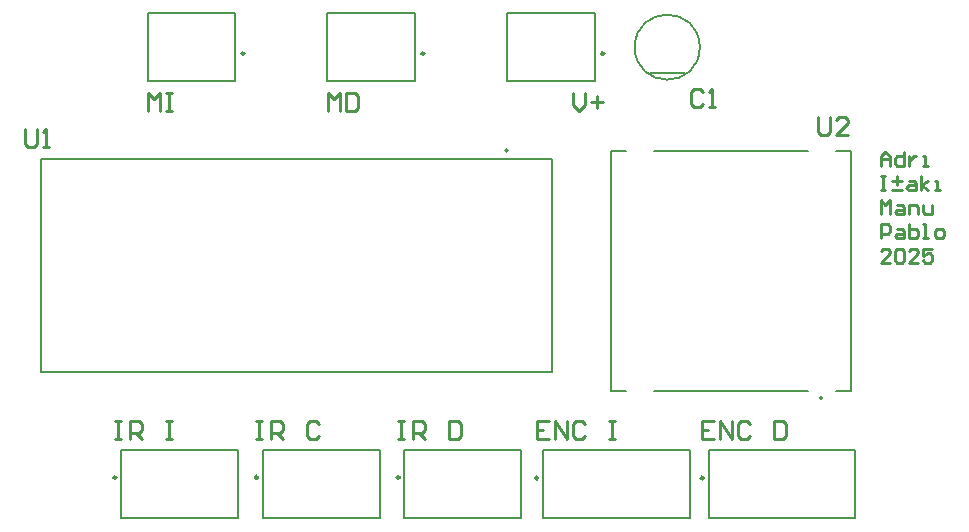
<source format=gto>
G04*
G04 #@! TF.GenerationSoftware,Altium Limited,Altium Designer,25.0.2 (28)*
G04*
G04 Layer_Color=65535*
%FSLAX44Y44*%
%MOMM*%
G71*
G04*
G04 #@! TF.SameCoordinates,BCD89E3A-21B1-4274-9852-F660C0645C88*
G04*
G04*
G04 #@! TF.FilePolarity,Positive*
G04*
G01*
G75*
%ADD10C,0.2000*%
%ADD11C,0.2500*%
%ADD12C,0.1500*%
%ADD13C,0.1270*%
%ADD14C,0.2540*%
D10*
X684200Y112868D02*
G03*
X684200Y112868I-1000J0D01*
G01*
X417800Y322500D02*
G03*
X417800Y322500I-1000J0D01*
G01*
X113000Y381250D02*
X187000D01*
X113000D02*
Y438750D01*
X187000D01*
Y381250D02*
Y438750D01*
X538000Y388500D02*
X568000D01*
X265250Y381250D02*
X339250D01*
X265250D02*
Y438750D01*
X339250D01*
Y381250D02*
Y438750D01*
X417500Y381250D02*
X491500D01*
X417500D02*
Y438750D01*
X491500D01*
Y381250D02*
Y438750D01*
X712000Y11250D02*
Y68750D01*
X588000D02*
X712000D01*
X588000Y11250D02*
Y68750D01*
Y11250D02*
X712000D01*
X572000D02*
Y68750D01*
X448000D02*
X572000D01*
X448000Y11250D02*
Y68750D01*
Y11250D02*
X572000D01*
X330500D02*
Y68750D01*
Y11250D02*
X429500D01*
Y68750D01*
X330500D02*
X429500D01*
X210500Y11250D02*
Y68750D01*
Y11250D02*
X309500D01*
Y68750D01*
X210500D02*
X309500D01*
X90500Y11250D02*
Y68750D01*
Y11250D02*
X189500D01*
Y68750D01*
X90500D02*
X189500D01*
D11*
X195000Y404750D02*
G03*
X195000Y404750I-1250J0D01*
G01*
X347250D02*
G03*
X347250Y404750I-1250J0D01*
G01*
X499500D02*
G03*
X499500Y404750I-1250J0D01*
G01*
X583750Y45250D02*
G03*
X583750Y45250I-1250J0D01*
G01*
X443750D02*
G03*
X443750Y45250I-1250J0D01*
G01*
X326500Y45750D02*
G03*
X326500Y45750I-1250J0D01*
G01*
X206500D02*
G03*
X206500Y45750I-1250J0D01*
G01*
X86500D02*
G03*
X86500Y45750I-1250J0D01*
G01*
D12*
X580500Y410000D02*
G03*
X580500Y410000I-27500J0D01*
G01*
D13*
X505400Y321750D02*
X518100D01*
X695900D02*
X708600D01*
X505400Y118550D02*
X518100D01*
X695900D02*
X708600D01*
X542000D02*
X672000D01*
X542000Y321750D02*
X672000D01*
X505400Y118550D02*
Y321750D01*
X708600Y118550D02*
Y321750D01*
X455000Y135000D02*
Y315000D01*
X23000Y135000D02*
X455000D01*
X23000D02*
Y315000D01*
X455000D01*
D14*
X733540Y309505D02*
Y317503D01*
X737539Y321502D01*
X741537Y317503D01*
Y309505D01*
Y315504D01*
X733540D01*
X753533Y321502D02*
Y309505D01*
X747535D01*
X745536Y311505D01*
Y315504D01*
X747535Y317503D01*
X753533D01*
X757532D02*
Y309505D01*
Y313504D01*
X759532Y315504D01*
X761531Y317503D01*
X763530D01*
X769528Y309505D02*
X773527D01*
X771528D01*
Y317503D01*
X769528D01*
X733540Y301010D02*
X737539D01*
X735539D01*
Y289014D01*
X733540D01*
X737539D01*
X743537D02*
X751534D01*
X743537Y297012D02*
X751534D01*
X747535Y301010D02*
Y293013D01*
X757532Y297012D02*
X761531D01*
X763530Y295012D01*
Y289014D01*
X757532D01*
X755533Y291013D01*
X757532Y293013D01*
X763530D01*
X767529Y289014D02*
Y301010D01*
Y293013D02*
X773527Y297012D01*
X767529Y293013D02*
X773527Y289014D01*
X779525D02*
X783524D01*
X781525D01*
Y297012D01*
X779525D01*
X733540Y268523D02*
Y280519D01*
X737539Y276520D01*
X741537Y280519D01*
Y268523D01*
X747535Y276520D02*
X751534D01*
X753533Y274521D01*
Y268523D01*
X747535D01*
X745536Y270522D01*
X747535Y272521D01*
X753533D01*
X757532Y268523D02*
Y276520D01*
X763530D01*
X765530Y274521D01*
Y268523D01*
X769528Y276520D02*
Y270522D01*
X771528Y268523D01*
X777526D01*
Y276520D01*
X733540Y248031D02*
Y260028D01*
X739538D01*
X741537Y258028D01*
Y254029D01*
X739538Y252030D01*
X733540D01*
X747535Y256029D02*
X751534D01*
X753533Y254029D01*
Y248031D01*
X747535D01*
X745536Y250031D01*
X747535Y252030D01*
X753533D01*
X757532Y260028D02*
Y248031D01*
X763530D01*
X765530Y250031D01*
Y252030D01*
Y254029D01*
X763530Y256029D01*
X757532D01*
X769528Y248031D02*
X773527D01*
X771528D01*
Y260028D01*
X769528D01*
X781525Y248031D02*
X785523D01*
X787523Y250031D01*
Y254029D01*
X785523Y256029D01*
X781525D01*
X779525Y254029D01*
Y250031D01*
X781525Y248031D01*
X741537Y227540D02*
X733540D01*
X741537Y235537D01*
Y237537D01*
X739538Y239536D01*
X735539D01*
X733540Y237537D01*
X745536D02*
X747535Y239536D01*
X751534D01*
X753533Y237537D01*
Y229539D01*
X751534Y227540D01*
X747535D01*
X745536Y229539D01*
Y237537D01*
X765530Y227540D02*
X757532D01*
X765530Y235537D01*
Y237537D01*
X763530Y239536D01*
X759532D01*
X757532Y237537D01*
X777526Y239536D02*
X769528D01*
Y233538D01*
X773527Y235537D01*
X775526D01*
X777526Y233538D01*
Y229539D01*
X775526Y227540D01*
X771528D01*
X769528Y229539D01*
X680304Y350617D02*
Y337922D01*
X682843Y335382D01*
X687922D01*
X690461Y337922D01*
Y350617D01*
X705696Y335382D02*
X695539D01*
X705696Y345539D01*
Y348078D01*
X703157Y350617D01*
X698078D01*
X695539Y348078D01*
X8843Y340617D02*
Y327922D01*
X11382Y325382D01*
X16461D01*
X19000Y327922D01*
Y340617D01*
X24078Y325382D02*
X29157D01*
X26618D01*
Y340617D01*
X24078Y338078D01*
X592807Y93695D02*
X582650D01*
Y78460D01*
X592807D01*
X582650Y86077D02*
X587728D01*
X597885Y78460D02*
Y93695D01*
X608042Y78460D01*
Y93695D01*
X623277Y91156D02*
X620738Y93695D01*
X615659D01*
X613120Y91156D01*
Y80999D01*
X615659Y78460D01*
X620738D01*
X623277Y80999D01*
X643590Y93695D02*
Y78460D01*
X651208D01*
X653747Y80999D01*
Y91156D01*
X651208Y93695D01*
X643590D01*
X452599D02*
X442442D01*
Y78460D01*
X452599D01*
X442442Y86077D02*
X447520D01*
X457677Y78460D02*
Y93695D01*
X467834Y78460D01*
Y93695D01*
X483069Y91156D02*
X480530Y93695D01*
X475451D01*
X472912Y91156D01*
Y80999D01*
X475451Y78460D01*
X480530D01*
X483069Y80999D01*
X503382Y93695D02*
X508461D01*
X505922D01*
Y78460D01*
X503382D01*
X508461D01*
X325348Y93695D02*
X330426D01*
X327887D01*
Y78460D01*
X325348D01*
X330426D01*
X338044D02*
Y93695D01*
X345661D01*
X348201Y91156D01*
Y86077D01*
X345661Y83538D01*
X338044D01*
X343122D02*
X348201Y78460D01*
X368514Y93695D02*
Y78460D01*
X376132D01*
X378671Y80999D01*
Y91156D01*
X376132Y93695D01*
X368514D01*
X205206D02*
X210284D01*
X207745D01*
Y78460D01*
X205206D01*
X210284D01*
X217902D02*
Y93695D01*
X225519D01*
X228059Y91156D01*
Y86077D01*
X225519Y83538D01*
X217902D01*
X222980D02*
X228059Y78460D01*
X258529Y91156D02*
X255990Y93695D01*
X250911D01*
X248372Y91156D01*
Y80999D01*
X250911Y78460D01*
X255990D01*
X258529Y80999D01*
X85318Y93695D02*
X90396D01*
X87857D01*
Y78460D01*
X85318D01*
X90396D01*
X98014D02*
Y93695D01*
X105631D01*
X108171Y91156D01*
Y86077D01*
X105631Y83538D01*
X98014D01*
X103092D02*
X108171Y78460D01*
X128484Y93695D02*
X133562D01*
X131023D01*
Y78460D01*
X128484D01*
X133562D01*
X113512Y356336D02*
Y371571D01*
X118590Y366493D01*
X123669Y371571D01*
Y356336D01*
X128747Y371571D02*
X133825D01*
X131286D01*
Y356336D01*
X128747D01*
X133825D01*
X265912D02*
Y371571D01*
X270990Y366493D01*
X276069Y371571D01*
Y356336D01*
X281147Y371571D02*
Y356336D01*
X288765D01*
X291304Y358875D01*
Y369032D01*
X288765Y371571D01*
X281147D01*
X472922D02*
Y361414D01*
X478000Y356336D01*
X483079Y361414D01*
Y371571D01*
X488157Y363954D02*
X498314D01*
X493235Y369032D02*
Y358875D01*
X583000Y372078D02*
X580461Y374618D01*
X575382D01*
X572843Y372078D01*
Y361922D01*
X575382Y359383D01*
X580461D01*
X583000Y361922D01*
X588078Y359383D02*
X593157D01*
X590618D01*
Y374618D01*
X588078Y372078D01*
M02*

</source>
